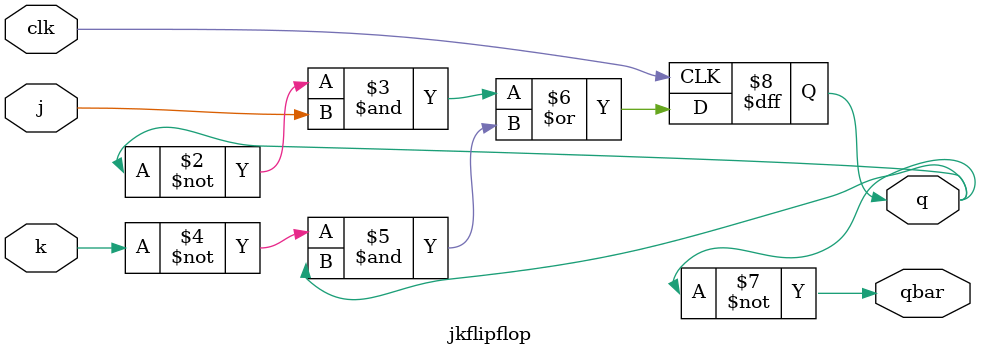
<source format=v>
module jkflipflop(clk,j,k,q,qbar);
input j,k,clk;
output reg q;
output qbar;
always@(posedge clk)
begin
q=((~q)&j)|((~k)&q);
end
assign qbar=~q;
endmodule

</source>
